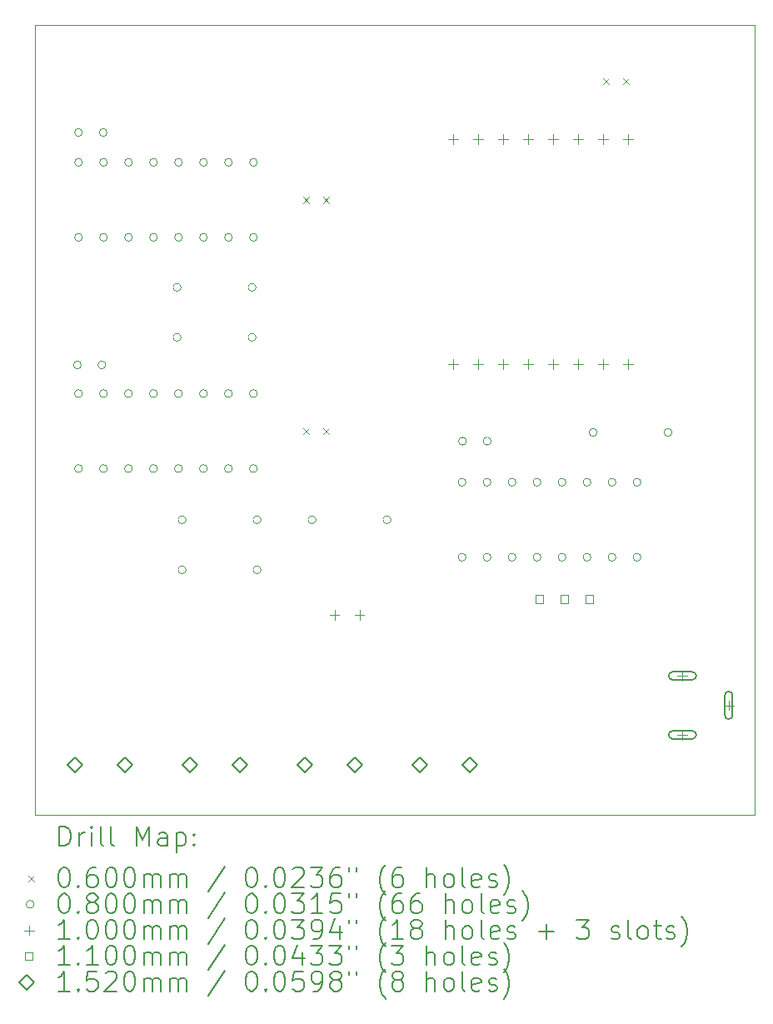
<source format=gbr>
%FSLAX45Y45*%
G04 Gerber Fmt 4.5, Leading zero omitted, Abs format (unit mm)*
G04 Created by KiCad (PCBNEW (6.0.2-0)) date 2022-08-15 15:04:25*
%MOMM*%
%LPD*%
G01*
G04 APERTURE LIST*
%TA.AperFunction,Profile*%
%ADD10C,0.100000*%
%TD*%
%ADD11C,0.200000*%
%ADD12C,0.060000*%
%ADD13C,0.080000*%
%ADD14C,0.100000*%
%ADD15C,0.110000*%
%ADD16C,0.152000*%
G04 APERTURE END LIST*
D10*
X6350000Y-4064000D02*
X13665200Y-4064000D01*
X13665200Y-4064000D02*
X13665200Y-12090400D01*
X13665200Y-12090400D02*
X6350000Y-12090400D01*
X6350000Y-12090400D02*
X6350000Y-4064000D01*
D11*
D12*
X9080240Y-5812000D02*
X9140240Y-5872000D01*
X9140240Y-5812000D02*
X9080240Y-5872000D01*
X9080240Y-8161500D02*
X9140240Y-8221500D01*
X9140240Y-8161500D02*
X9080240Y-8221500D01*
X9280240Y-5812000D02*
X9340240Y-5872000D01*
X9340240Y-5812000D02*
X9280240Y-5872000D01*
X9280240Y-8161500D02*
X9340240Y-8221500D01*
X9340240Y-8161500D02*
X9280240Y-8221500D01*
X12128240Y-4605500D02*
X12188240Y-4665500D01*
X12188240Y-4605500D02*
X12128240Y-4665500D01*
X12328240Y-4605500D02*
X12388240Y-4665500D01*
X12388240Y-4605500D02*
X12328240Y-4665500D01*
D13*
X6823800Y-7518400D02*
G75*
G03*
X6823800Y-7518400I-40000J0D01*
G01*
X6836000Y-5460000D02*
G75*
G03*
X6836000Y-5460000I-40000J0D01*
G01*
X6836000Y-6222000D02*
G75*
G03*
X6836000Y-6222000I-40000J0D01*
G01*
X6836000Y-7809500D02*
G75*
G03*
X6836000Y-7809500I-40000J0D01*
G01*
X6836000Y-8571500D02*
G75*
G03*
X6836000Y-8571500I-40000J0D01*
G01*
X6836500Y-5156200D02*
G75*
G03*
X6836500Y-5156200I-40000J0D01*
G01*
X7073800Y-7518400D02*
G75*
G03*
X7073800Y-7518400I-40000J0D01*
G01*
X7086500Y-5156200D02*
G75*
G03*
X7086500Y-5156200I-40000J0D01*
G01*
X7090000Y-5460000D02*
G75*
G03*
X7090000Y-5460000I-40000J0D01*
G01*
X7090000Y-6222000D02*
G75*
G03*
X7090000Y-6222000I-40000J0D01*
G01*
X7090000Y-7809500D02*
G75*
G03*
X7090000Y-7809500I-40000J0D01*
G01*
X7090000Y-8571500D02*
G75*
G03*
X7090000Y-8571500I-40000J0D01*
G01*
X7344000Y-5460000D02*
G75*
G03*
X7344000Y-5460000I-40000J0D01*
G01*
X7344000Y-6222000D02*
G75*
G03*
X7344000Y-6222000I-40000J0D01*
G01*
X7344000Y-7809500D02*
G75*
G03*
X7344000Y-7809500I-40000J0D01*
G01*
X7344000Y-8571500D02*
G75*
G03*
X7344000Y-8571500I-40000J0D01*
G01*
X7598000Y-5460000D02*
G75*
G03*
X7598000Y-5460000I-40000J0D01*
G01*
X7598000Y-6222000D02*
G75*
G03*
X7598000Y-6222000I-40000J0D01*
G01*
X7598000Y-7809500D02*
G75*
G03*
X7598000Y-7809500I-40000J0D01*
G01*
X7598000Y-8571500D02*
G75*
G03*
X7598000Y-8571500I-40000J0D01*
G01*
X7837800Y-6731000D02*
G75*
G03*
X7837800Y-6731000I-40000J0D01*
G01*
X7837800Y-7239000D02*
G75*
G03*
X7837800Y-7239000I-40000J0D01*
G01*
X7852000Y-5460000D02*
G75*
G03*
X7852000Y-5460000I-40000J0D01*
G01*
X7852000Y-6222000D02*
G75*
G03*
X7852000Y-6222000I-40000J0D01*
G01*
X7852000Y-7809500D02*
G75*
G03*
X7852000Y-7809500I-40000J0D01*
G01*
X7852000Y-8571500D02*
G75*
G03*
X7852000Y-8571500I-40000J0D01*
G01*
X7888600Y-9093200D02*
G75*
G03*
X7888600Y-9093200I-40000J0D01*
G01*
X7888600Y-9601200D02*
G75*
G03*
X7888600Y-9601200I-40000J0D01*
G01*
X8106000Y-5460000D02*
G75*
G03*
X8106000Y-5460000I-40000J0D01*
G01*
X8106000Y-6222000D02*
G75*
G03*
X8106000Y-6222000I-40000J0D01*
G01*
X8106000Y-7809500D02*
G75*
G03*
X8106000Y-7809500I-40000J0D01*
G01*
X8106000Y-8571500D02*
G75*
G03*
X8106000Y-8571500I-40000J0D01*
G01*
X8360000Y-5460000D02*
G75*
G03*
X8360000Y-5460000I-40000J0D01*
G01*
X8360000Y-6222000D02*
G75*
G03*
X8360000Y-6222000I-40000J0D01*
G01*
X8360000Y-7809500D02*
G75*
G03*
X8360000Y-7809500I-40000J0D01*
G01*
X8360000Y-8571500D02*
G75*
G03*
X8360000Y-8571500I-40000J0D01*
G01*
X8599800Y-6731000D02*
G75*
G03*
X8599800Y-6731000I-40000J0D01*
G01*
X8599800Y-7239000D02*
G75*
G03*
X8599800Y-7239000I-40000J0D01*
G01*
X8614000Y-5460000D02*
G75*
G03*
X8614000Y-5460000I-40000J0D01*
G01*
X8614000Y-6222000D02*
G75*
G03*
X8614000Y-6222000I-40000J0D01*
G01*
X8614000Y-7809500D02*
G75*
G03*
X8614000Y-7809500I-40000J0D01*
G01*
X8614000Y-8571500D02*
G75*
G03*
X8614000Y-8571500I-40000J0D01*
G01*
X8650600Y-9093200D02*
G75*
G03*
X8650600Y-9093200I-40000J0D01*
G01*
X8650600Y-9601200D02*
G75*
G03*
X8650600Y-9601200I-40000J0D01*
G01*
X9209400Y-9093200D02*
G75*
G03*
X9209400Y-9093200I-40000J0D01*
G01*
X9971400Y-9093200D02*
G75*
G03*
X9971400Y-9093200I-40000J0D01*
G01*
X10734900Y-8711200D02*
G75*
G03*
X10734900Y-8711200I-40000J0D01*
G01*
X10734900Y-9473200D02*
G75*
G03*
X10734900Y-9473200I-40000J0D01*
G01*
X10739400Y-8293100D02*
G75*
G03*
X10739400Y-8293100I-40000J0D01*
G01*
X10988900Y-8711200D02*
G75*
G03*
X10988900Y-8711200I-40000J0D01*
G01*
X10988900Y-9473200D02*
G75*
G03*
X10988900Y-9473200I-40000J0D01*
G01*
X10989400Y-8293100D02*
G75*
G03*
X10989400Y-8293100I-40000J0D01*
G01*
X11242900Y-8711200D02*
G75*
G03*
X11242900Y-8711200I-40000J0D01*
G01*
X11242900Y-9473200D02*
G75*
G03*
X11242900Y-9473200I-40000J0D01*
G01*
X11496900Y-8711200D02*
G75*
G03*
X11496900Y-8711200I-40000J0D01*
G01*
X11496900Y-9473200D02*
G75*
G03*
X11496900Y-9473200I-40000J0D01*
G01*
X11750900Y-8711200D02*
G75*
G03*
X11750900Y-8711200I-40000J0D01*
G01*
X11750900Y-9473200D02*
G75*
G03*
X11750900Y-9473200I-40000J0D01*
G01*
X12004900Y-8711200D02*
G75*
G03*
X12004900Y-8711200I-40000J0D01*
G01*
X12004900Y-9473200D02*
G75*
G03*
X12004900Y-9473200I-40000J0D01*
G01*
X12066900Y-8204200D02*
G75*
G03*
X12066900Y-8204200I-40000J0D01*
G01*
X12258900Y-8711200D02*
G75*
G03*
X12258900Y-8711200I-40000J0D01*
G01*
X12258900Y-9473200D02*
G75*
G03*
X12258900Y-9473200I-40000J0D01*
G01*
X12512900Y-8711200D02*
G75*
G03*
X12512900Y-8711200I-40000J0D01*
G01*
X12512900Y-9473200D02*
G75*
G03*
X12512900Y-9473200I-40000J0D01*
G01*
X12828900Y-8204200D02*
G75*
G03*
X12828900Y-8204200I-40000J0D01*
G01*
D14*
X9398000Y-10008400D02*
X9398000Y-10108400D01*
X9348000Y-10058400D02*
X9448000Y-10058400D01*
X9652000Y-10008400D02*
X9652000Y-10108400D01*
X9602000Y-10058400D02*
X9702000Y-10058400D01*
X10604500Y-5172000D02*
X10604500Y-5272000D01*
X10554500Y-5222000D02*
X10654500Y-5222000D01*
X10604500Y-7458000D02*
X10604500Y-7558000D01*
X10554500Y-7508000D02*
X10654500Y-7508000D01*
X10858500Y-5172000D02*
X10858500Y-5272000D01*
X10808500Y-5222000D02*
X10908500Y-5222000D01*
X10858500Y-7458000D02*
X10858500Y-7558000D01*
X10808500Y-7508000D02*
X10908500Y-7508000D01*
X11112500Y-5172000D02*
X11112500Y-5272000D01*
X11062500Y-5222000D02*
X11162500Y-5222000D01*
X11112500Y-7458000D02*
X11112500Y-7558000D01*
X11062500Y-7508000D02*
X11162500Y-7508000D01*
X11366500Y-5172000D02*
X11366500Y-5272000D01*
X11316500Y-5222000D02*
X11416500Y-5222000D01*
X11366500Y-7458000D02*
X11366500Y-7558000D01*
X11316500Y-7508000D02*
X11416500Y-7508000D01*
X11620500Y-5172000D02*
X11620500Y-5272000D01*
X11570500Y-5222000D02*
X11670500Y-5222000D01*
X11620500Y-7458000D02*
X11620500Y-7558000D01*
X11570500Y-7508000D02*
X11670500Y-7508000D01*
X11874500Y-5172000D02*
X11874500Y-5272000D01*
X11824500Y-5222000D02*
X11924500Y-5222000D01*
X11874500Y-7458000D02*
X11874500Y-7558000D01*
X11824500Y-7508000D02*
X11924500Y-7508000D01*
X12128500Y-5172000D02*
X12128500Y-5272000D01*
X12078500Y-5222000D02*
X12178500Y-5222000D01*
X12128500Y-7458000D02*
X12128500Y-7558000D01*
X12078500Y-7508000D02*
X12178500Y-7508000D01*
X12382500Y-5172000D02*
X12382500Y-5272000D01*
X12332500Y-5222000D02*
X12432500Y-5222000D01*
X12382500Y-7458000D02*
X12382500Y-7558000D01*
X12332500Y-7508000D02*
X12432500Y-7508000D01*
X12934450Y-10627600D02*
X12934450Y-10727600D01*
X12884450Y-10677600D02*
X12984450Y-10677600D01*
D11*
X12834450Y-10717600D02*
X13034450Y-10717600D01*
X12834450Y-10637600D02*
X13034450Y-10637600D01*
X13034450Y-10717600D02*
G75*
G03*
X13034450Y-10637600I0J40000D01*
G01*
X12834450Y-10637600D02*
G75*
G03*
X12834450Y-10717600I0J-40000D01*
G01*
D14*
X12934450Y-11227600D02*
X12934450Y-11327600D01*
X12884450Y-11277600D02*
X12984450Y-11277600D01*
D11*
X12834450Y-11317600D02*
X13034450Y-11317600D01*
X12834450Y-11237600D02*
X13034450Y-11237600D01*
X13034450Y-11317600D02*
G75*
G03*
X13034450Y-11237600I0J40000D01*
G01*
X12834450Y-11237600D02*
G75*
G03*
X12834450Y-11317600I0J-40000D01*
G01*
D14*
X13404450Y-10927600D02*
X13404450Y-11027600D01*
X13354450Y-10977600D02*
X13454450Y-10977600D01*
D11*
X13444450Y-11077600D02*
X13444450Y-10877600D01*
X13364450Y-11077600D02*
X13364450Y-10877600D01*
X13444450Y-10877600D02*
G75*
G03*
X13364450Y-10877600I-40000J0D01*
G01*
X13364450Y-11077600D02*
G75*
G03*
X13444450Y-11077600I40000J0D01*
G01*
D15*
X11519691Y-9936291D02*
X11519691Y-9858509D01*
X11441909Y-9858509D01*
X11441909Y-9936291D01*
X11519691Y-9936291D01*
X11773691Y-9936291D02*
X11773691Y-9858509D01*
X11695909Y-9858509D01*
X11695909Y-9936291D01*
X11773691Y-9936291D01*
X12027691Y-9936291D02*
X12027691Y-9858509D01*
X11949909Y-9858509D01*
X11949909Y-9936291D01*
X12027691Y-9936291D01*
D16*
X6756400Y-11658400D02*
X6832400Y-11582400D01*
X6756400Y-11506400D01*
X6680400Y-11582400D01*
X6756400Y-11658400D01*
X7264400Y-11658400D02*
X7340400Y-11582400D01*
X7264400Y-11506400D01*
X7188400Y-11582400D01*
X7264400Y-11658400D01*
X7924800Y-11658400D02*
X8000800Y-11582400D01*
X7924800Y-11506400D01*
X7848800Y-11582400D01*
X7924800Y-11658400D01*
X8432800Y-11658400D02*
X8508800Y-11582400D01*
X8432800Y-11506400D01*
X8356800Y-11582400D01*
X8432800Y-11658400D01*
X9093200Y-11658400D02*
X9169200Y-11582400D01*
X9093200Y-11506400D01*
X9017200Y-11582400D01*
X9093200Y-11658400D01*
X9601200Y-11658400D02*
X9677200Y-11582400D01*
X9601200Y-11506400D01*
X9525200Y-11582400D01*
X9601200Y-11658400D01*
X10261600Y-11658400D02*
X10337600Y-11582400D01*
X10261600Y-11506400D01*
X10185600Y-11582400D01*
X10261600Y-11658400D01*
X10769600Y-11658400D02*
X10845600Y-11582400D01*
X10769600Y-11506400D01*
X10693600Y-11582400D01*
X10769600Y-11658400D01*
D11*
X6602619Y-12405876D02*
X6602619Y-12205876D01*
X6650238Y-12205876D01*
X6678809Y-12215400D01*
X6697857Y-12234448D01*
X6707381Y-12253495D01*
X6716905Y-12291590D01*
X6716905Y-12320162D01*
X6707381Y-12358257D01*
X6697857Y-12377305D01*
X6678809Y-12396352D01*
X6650238Y-12405876D01*
X6602619Y-12405876D01*
X6802619Y-12405876D02*
X6802619Y-12272543D01*
X6802619Y-12310638D02*
X6812143Y-12291590D01*
X6821667Y-12282067D01*
X6840714Y-12272543D01*
X6859762Y-12272543D01*
X6926428Y-12405876D02*
X6926428Y-12272543D01*
X6926428Y-12205876D02*
X6916905Y-12215400D01*
X6926428Y-12224924D01*
X6935952Y-12215400D01*
X6926428Y-12205876D01*
X6926428Y-12224924D01*
X7050238Y-12405876D02*
X7031190Y-12396352D01*
X7021667Y-12377305D01*
X7021667Y-12205876D01*
X7155000Y-12405876D02*
X7135952Y-12396352D01*
X7126428Y-12377305D01*
X7126428Y-12205876D01*
X7383571Y-12405876D02*
X7383571Y-12205876D01*
X7450238Y-12348733D01*
X7516905Y-12205876D01*
X7516905Y-12405876D01*
X7697857Y-12405876D02*
X7697857Y-12301114D01*
X7688333Y-12282067D01*
X7669286Y-12272543D01*
X7631190Y-12272543D01*
X7612143Y-12282067D01*
X7697857Y-12396352D02*
X7678809Y-12405876D01*
X7631190Y-12405876D01*
X7612143Y-12396352D01*
X7602619Y-12377305D01*
X7602619Y-12358257D01*
X7612143Y-12339209D01*
X7631190Y-12329686D01*
X7678809Y-12329686D01*
X7697857Y-12320162D01*
X7793095Y-12272543D02*
X7793095Y-12472543D01*
X7793095Y-12282067D02*
X7812143Y-12272543D01*
X7850238Y-12272543D01*
X7869286Y-12282067D01*
X7878809Y-12291590D01*
X7888333Y-12310638D01*
X7888333Y-12367781D01*
X7878809Y-12386828D01*
X7869286Y-12396352D01*
X7850238Y-12405876D01*
X7812143Y-12405876D01*
X7793095Y-12396352D01*
X7974048Y-12386828D02*
X7983571Y-12396352D01*
X7974048Y-12405876D01*
X7964524Y-12396352D01*
X7974048Y-12386828D01*
X7974048Y-12405876D01*
X7974048Y-12282067D02*
X7983571Y-12291590D01*
X7974048Y-12301114D01*
X7964524Y-12291590D01*
X7974048Y-12282067D01*
X7974048Y-12301114D01*
D12*
X6285000Y-12705400D02*
X6345000Y-12765400D01*
X6345000Y-12705400D02*
X6285000Y-12765400D01*
D11*
X6640714Y-12625876D02*
X6659762Y-12625876D01*
X6678809Y-12635400D01*
X6688333Y-12644924D01*
X6697857Y-12663971D01*
X6707381Y-12702067D01*
X6707381Y-12749686D01*
X6697857Y-12787781D01*
X6688333Y-12806828D01*
X6678809Y-12816352D01*
X6659762Y-12825876D01*
X6640714Y-12825876D01*
X6621667Y-12816352D01*
X6612143Y-12806828D01*
X6602619Y-12787781D01*
X6593095Y-12749686D01*
X6593095Y-12702067D01*
X6602619Y-12663971D01*
X6612143Y-12644924D01*
X6621667Y-12635400D01*
X6640714Y-12625876D01*
X6793095Y-12806828D02*
X6802619Y-12816352D01*
X6793095Y-12825876D01*
X6783571Y-12816352D01*
X6793095Y-12806828D01*
X6793095Y-12825876D01*
X6974048Y-12625876D02*
X6935952Y-12625876D01*
X6916905Y-12635400D01*
X6907381Y-12644924D01*
X6888333Y-12673495D01*
X6878809Y-12711590D01*
X6878809Y-12787781D01*
X6888333Y-12806828D01*
X6897857Y-12816352D01*
X6916905Y-12825876D01*
X6955000Y-12825876D01*
X6974048Y-12816352D01*
X6983571Y-12806828D01*
X6993095Y-12787781D01*
X6993095Y-12740162D01*
X6983571Y-12721114D01*
X6974048Y-12711590D01*
X6955000Y-12702067D01*
X6916905Y-12702067D01*
X6897857Y-12711590D01*
X6888333Y-12721114D01*
X6878809Y-12740162D01*
X7116905Y-12625876D02*
X7135952Y-12625876D01*
X7155000Y-12635400D01*
X7164524Y-12644924D01*
X7174048Y-12663971D01*
X7183571Y-12702067D01*
X7183571Y-12749686D01*
X7174048Y-12787781D01*
X7164524Y-12806828D01*
X7155000Y-12816352D01*
X7135952Y-12825876D01*
X7116905Y-12825876D01*
X7097857Y-12816352D01*
X7088333Y-12806828D01*
X7078809Y-12787781D01*
X7069286Y-12749686D01*
X7069286Y-12702067D01*
X7078809Y-12663971D01*
X7088333Y-12644924D01*
X7097857Y-12635400D01*
X7116905Y-12625876D01*
X7307381Y-12625876D02*
X7326428Y-12625876D01*
X7345476Y-12635400D01*
X7355000Y-12644924D01*
X7364524Y-12663971D01*
X7374048Y-12702067D01*
X7374048Y-12749686D01*
X7364524Y-12787781D01*
X7355000Y-12806828D01*
X7345476Y-12816352D01*
X7326428Y-12825876D01*
X7307381Y-12825876D01*
X7288333Y-12816352D01*
X7278809Y-12806828D01*
X7269286Y-12787781D01*
X7259762Y-12749686D01*
X7259762Y-12702067D01*
X7269286Y-12663971D01*
X7278809Y-12644924D01*
X7288333Y-12635400D01*
X7307381Y-12625876D01*
X7459762Y-12825876D02*
X7459762Y-12692543D01*
X7459762Y-12711590D02*
X7469286Y-12702067D01*
X7488333Y-12692543D01*
X7516905Y-12692543D01*
X7535952Y-12702067D01*
X7545476Y-12721114D01*
X7545476Y-12825876D01*
X7545476Y-12721114D02*
X7555000Y-12702067D01*
X7574048Y-12692543D01*
X7602619Y-12692543D01*
X7621667Y-12702067D01*
X7631190Y-12721114D01*
X7631190Y-12825876D01*
X7726428Y-12825876D02*
X7726428Y-12692543D01*
X7726428Y-12711590D02*
X7735952Y-12702067D01*
X7755000Y-12692543D01*
X7783571Y-12692543D01*
X7802619Y-12702067D01*
X7812143Y-12721114D01*
X7812143Y-12825876D01*
X7812143Y-12721114D02*
X7821667Y-12702067D01*
X7840714Y-12692543D01*
X7869286Y-12692543D01*
X7888333Y-12702067D01*
X7897857Y-12721114D01*
X7897857Y-12825876D01*
X8288333Y-12616352D02*
X8116905Y-12873495D01*
X8545476Y-12625876D02*
X8564524Y-12625876D01*
X8583571Y-12635400D01*
X8593095Y-12644924D01*
X8602619Y-12663971D01*
X8612143Y-12702067D01*
X8612143Y-12749686D01*
X8602619Y-12787781D01*
X8593095Y-12806828D01*
X8583571Y-12816352D01*
X8564524Y-12825876D01*
X8545476Y-12825876D01*
X8526429Y-12816352D01*
X8516905Y-12806828D01*
X8507381Y-12787781D01*
X8497857Y-12749686D01*
X8497857Y-12702067D01*
X8507381Y-12663971D01*
X8516905Y-12644924D01*
X8526429Y-12635400D01*
X8545476Y-12625876D01*
X8697857Y-12806828D02*
X8707381Y-12816352D01*
X8697857Y-12825876D01*
X8688333Y-12816352D01*
X8697857Y-12806828D01*
X8697857Y-12825876D01*
X8831190Y-12625876D02*
X8850238Y-12625876D01*
X8869286Y-12635400D01*
X8878810Y-12644924D01*
X8888333Y-12663971D01*
X8897857Y-12702067D01*
X8897857Y-12749686D01*
X8888333Y-12787781D01*
X8878810Y-12806828D01*
X8869286Y-12816352D01*
X8850238Y-12825876D01*
X8831190Y-12825876D01*
X8812143Y-12816352D01*
X8802619Y-12806828D01*
X8793095Y-12787781D01*
X8783571Y-12749686D01*
X8783571Y-12702067D01*
X8793095Y-12663971D01*
X8802619Y-12644924D01*
X8812143Y-12635400D01*
X8831190Y-12625876D01*
X8974048Y-12644924D02*
X8983571Y-12635400D01*
X9002619Y-12625876D01*
X9050238Y-12625876D01*
X9069286Y-12635400D01*
X9078810Y-12644924D01*
X9088333Y-12663971D01*
X9088333Y-12683019D01*
X9078810Y-12711590D01*
X8964524Y-12825876D01*
X9088333Y-12825876D01*
X9155000Y-12625876D02*
X9278810Y-12625876D01*
X9212143Y-12702067D01*
X9240714Y-12702067D01*
X9259762Y-12711590D01*
X9269286Y-12721114D01*
X9278810Y-12740162D01*
X9278810Y-12787781D01*
X9269286Y-12806828D01*
X9259762Y-12816352D01*
X9240714Y-12825876D01*
X9183571Y-12825876D01*
X9164524Y-12816352D01*
X9155000Y-12806828D01*
X9450238Y-12625876D02*
X9412143Y-12625876D01*
X9393095Y-12635400D01*
X9383571Y-12644924D01*
X9364524Y-12673495D01*
X9355000Y-12711590D01*
X9355000Y-12787781D01*
X9364524Y-12806828D01*
X9374048Y-12816352D01*
X9393095Y-12825876D01*
X9431190Y-12825876D01*
X9450238Y-12816352D01*
X9459762Y-12806828D01*
X9469286Y-12787781D01*
X9469286Y-12740162D01*
X9459762Y-12721114D01*
X9450238Y-12711590D01*
X9431190Y-12702067D01*
X9393095Y-12702067D01*
X9374048Y-12711590D01*
X9364524Y-12721114D01*
X9355000Y-12740162D01*
X9545476Y-12625876D02*
X9545476Y-12663971D01*
X9621667Y-12625876D02*
X9621667Y-12663971D01*
X9916905Y-12902067D02*
X9907381Y-12892543D01*
X9888333Y-12863971D01*
X9878810Y-12844924D01*
X9869286Y-12816352D01*
X9859762Y-12768733D01*
X9859762Y-12730638D01*
X9869286Y-12683019D01*
X9878810Y-12654448D01*
X9888333Y-12635400D01*
X9907381Y-12606828D01*
X9916905Y-12597305D01*
X10078810Y-12625876D02*
X10040714Y-12625876D01*
X10021667Y-12635400D01*
X10012143Y-12644924D01*
X9993095Y-12673495D01*
X9983571Y-12711590D01*
X9983571Y-12787781D01*
X9993095Y-12806828D01*
X10002619Y-12816352D01*
X10021667Y-12825876D01*
X10059762Y-12825876D01*
X10078810Y-12816352D01*
X10088333Y-12806828D01*
X10097857Y-12787781D01*
X10097857Y-12740162D01*
X10088333Y-12721114D01*
X10078810Y-12711590D01*
X10059762Y-12702067D01*
X10021667Y-12702067D01*
X10002619Y-12711590D01*
X9993095Y-12721114D01*
X9983571Y-12740162D01*
X10335952Y-12825876D02*
X10335952Y-12625876D01*
X10421667Y-12825876D02*
X10421667Y-12721114D01*
X10412143Y-12702067D01*
X10393095Y-12692543D01*
X10364524Y-12692543D01*
X10345476Y-12702067D01*
X10335952Y-12711590D01*
X10545476Y-12825876D02*
X10526429Y-12816352D01*
X10516905Y-12806828D01*
X10507381Y-12787781D01*
X10507381Y-12730638D01*
X10516905Y-12711590D01*
X10526429Y-12702067D01*
X10545476Y-12692543D01*
X10574048Y-12692543D01*
X10593095Y-12702067D01*
X10602619Y-12711590D01*
X10612143Y-12730638D01*
X10612143Y-12787781D01*
X10602619Y-12806828D01*
X10593095Y-12816352D01*
X10574048Y-12825876D01*
X10545476Y-12825876D01*
X10726429Y-12825876D02*
X10707381Y-12816352D01*
X10697857Y-12797305D01*
X10697857Y-12625876D01*
X10878810Y-12816352D02*
X10859762Y-12825876D01*
X10821667Y-12825876D01*
X10802619Y-12816352D01*
X10793095Y-12797305D01*
X10793095Y-12721114D01*
X10802619Y-12702067D01*
X10821667Y-12692543D01*
X10859762Y-12692543D01*
X10878810Y-12702067D01*
X10888333Y-12721114D01*
X10888333Y-12740162D01*
X10793095Y-12759209D01*
X10964524Y-12816352D02*
X10983571Y-12825876D01*
X11021667Y-12825876D01*
X11040714Y-12816352D01*
X11050238Y-12797305D01*
X11050238Y-12787781D01*
X11040714Y-12768733D01*
X11021667Y-12759209D01*
X10993095Y-12759209D01*
X10974048Y-12749686D01*
X10964524Y-12730638D01*
X10964524Y-12721114D01*
X10974048Y-12702067D01*
X10993095Y-12692543D01*
X11021667Y-12692543D01*
X11040714Y-12702067D01*
X11116905Y-12902067D02*
X11126429Y-12892543D01*
X11145476Y-12863971D01*
X11155000Y-12844924D01*
X11164524Y-12816352D01*
X11174048Y-12768733D01*
X11174048Y-12730638D01*
X11164524Y-12683019D01*
X11155000Y-12654448D01*
X11145476Y-12635400D01*
X11126429Y-12606828D01*
X11116905Y-12597305D01*
D13*
X6345000Y-12999400D02*
G75*
G03*
X6345000Y-12999400I-40000J0D01*
G01*
D11*
X6640714Y-12889876D02*
X6659762Y-12889876D01*
X6678809Y-12899400D01*
X6688333Y-12908924D01*
X6697857Y-12927971D01*
X6707381Y-12966067D01*
X6707381Y-13013686D01*
X6697857Y-13051781D01*
X6688333Y-13070828D01*
X6678809Y-13080352D01*
X6659762Y-13089876D01*
X6640714Y-13089876D01*
X6621667Y-13080352D01*
X6612143Y-13070828D01*
X6602619Y-13051781D01*
X6593095Y-13013686D01*
X6593095Y-12966067D01*
X6602619Y-12927971D01*
X6612143Y-12908924D01*
X6621667Y-12899400D01*
X6640714Y-12889876D01*
X6793095Y-13070828D02*
X6802619Y-13080352D01*
X6793095Y-13089876D01*
X6783571Y-13080352D01*
X6793095Y-13070828D01*
X6793095Y-13089876D01*
X6916905Y-12975590D02*
X6897857Y-12966067D01*
X6888333Y-12956543D01*
X6878809Y-12937495D01*
X6878809Y-12927971D01*
X6888333Y-12908924D01*
X6897857Y-12899400D01*
X6916905Y-12889876D01*
X6955000Y-12889876D01*
X6974048Y-12899400D01*
X6983571Y-12908924D01*
X6993095Y-12927971D01*
X6993095Y-12937495D01*
X6983571Y-12956543D01*
X6974048Y-12966067D01*
X6955000Y-12975590D01*
X6916905Y-12975590D01*
X6897857Y-12985114D01*
X6888333Y-12994638D01*
X6878809Y-13013686D01*
X6878809Y-13051781D01*
X6888333Y-13070828D01*
X6897857Y-13080352D01*
X6916905Y-13089876D01*
X6955000Y-13089876D01*
X6974048Y-13080352D01*
X6983571Y-13070828D01*
X6993095Y-13051781D01*
X6993095Y-13013686D01*
X6983571Y-12994638D01*
X6974048Y-12985114D01*
X6955000Y-12975590D01*
X7116905Y-12889876D02*
X7135952Y-12889876D01*
X7155000Y-12899400D01*
X7164524Y-12908924D01*
X7174048Y-12927971D01*
X7183571Y-12966067D01*
X7183571Y-13013686D01*
X7174048Y-13051781D01*
X7164524Y-13070828D01*
X7155000Y-13080352D01*
X7135952Y-13089876D01*
X7116905Y-13089876D01*
X7097857Y-13080352D01*
X7088333Y-13070828D01*
X7078809Y-13051781D01*
X7069286Y-13013686D01*
X7069286Y-12966067D01*
X7078809Y-12927971D01*
X7088333Y-12908924D01*
X7097857Y-12899400D01*
X7116905Y-12889876D01*
X7307381Y-12889876D02*
X7326428Y-12889876D01*
X7345476Y-12899400D01*
X7355000Y-12908924D01*
X7364524Y-12927971D01*
X7374048Y-12966067D01*
X7374048Y-13013686D01*
X7364524Y-13051781D01*
X7355000Y-13070828D01*
X7345476Y-13080352D01*
X7326428Y-13089876D01*
X7307381Y-13089876D01*
X7288333Y-13080352D01*
X7278809Y-13070828D01*
X7269286Y-13051781D01*
X7259762Y-13013686D01*
X7259762Y-12966067D01*
X7269286Y-12927971D01*
X7278809Y-12908924D01*
X7288333Y-12899400D01*
X7307381Y-12889876D01*
X7459762Y-13089876D02*
X7459762Y-12956543D01*
X7459762Y-12975590D02*
X7469286Y-12966067D01*
X7488333Y-12956543D01*
X7516905Y-12956543D01*
X7535952Y-12966067D01*
X7545476Y-12985114D01*
X7545476Y-13089876D01*
X7545476Y-12985114D02*
X7555000Y-12966067D01*
X7574048Y-12956543D01*
X7602619Y-12956543D01*
X7621667Y-12966067D01*
X7631190Y-12985114D01*
X7631190Y-13089876D01*
X7726428Y-13089876D02*
X7726428Y-12956543D01*
X7726428Y-12975590D02*
X7735952Y-12966067D01*
X7755000Y-12956543D01*
X7783571Y-12956543D01*
X7802619Y-12966067D01*
X7812143Y-12985114D01*
X7812143Y-13089876D01*
X7812143Y-12985114D02*
X7821667Y-12966067D01*
X7840714Y-12956543D01*
X7869286Y-12956543D01*
X7888333Y-12966067D01*
X7897857Y-12985114D01*
X7897857Y-13089876D01*
X8288333Y-12880352D02*
X8116905Y-13137495D01*
X8545476Y-12889876D02*
X8564524Y-12889876D01*
X8583571Y-12899400D01*
X8593095Y-12908924D01*
X8602619Y-12927971D01*
X8612143Y-12966067D01*
X8612143Y-13013686D01*
X8602619Y-13051781D01*
X8593095Y-13070828D01*
X8583571Y-13080352D01*
X8564524Y-13089876D01*
X8545476Y-13089876D01*
X8526429Y-13080352D01*
X8516905Y-13070828D01*
X8507381Y-13051781D01*
X8497857Y-13013686D01*
X8497857Y-12966067D01*
X8507381Y-12927971D01*
X8516905Y-12908924D01*
X8526429Y-12899400D01*
X8545476Y-12889876D01*
X8697857Y-13070828D02*
X8707381Y-13080352D01*
X8697857Y-13089876D01*
X8688333Y-13080352D01*
X8697857Y-13070828D01*
X8697857Y-13089876D01*
X8831190Y-12889876D02*
X8850238Y-12889876D01*
X8869286Y-12899400D01*
X8878810Y-12908924D01*
X8888333Y-12927971D01*
X8897857Y-12966067D01*
X8897857Y-13013686D01*
X8888333Y-13051781D01*
X8878810Y-13070828D01*
X8869286Y-13080352D01*
X8850238Y-13089876D01*
X8831190Y-13089876D01*
X8812143Y-13080352D01*
X8802619Y-13070828D01*
X8793095Y-13051781D01*
X8783571Y-13013686D01*
X8783571Y-12966067D01*
X8793095Y-12927971D01*
X8802619Y-12908924D01*
X8812143Y-12899400D01*
X8831190Y-12889876D01*
X8964524Y-12889876D02*
X9088333Y-12889876D01*
X9021667Y-12966067D01*
X9050238Y-12966067D01*
X9069286Y-12975590D01*
X9078810Y-12985114D01*
X9088333Y-13004162D01*
X9088333Y-13051781D01*
X9078810Y-13070828D01*
X9069286Y-13080352D01*
X9050238Y-13089876D01*
X8993095Y-13089876D01*
X8974048Y-13080352D01*
X8964524Y-13070828D01*
X9278810Y-13089876D02*
X9164524Y-13089876D01*
X9221667Y-13089876D02*
X9221667Y-12889876D01*
X9202619Y-12918448D01*
X9183571Y-12937495D01*
X9164524Y-12947019D01*
X9459762Y-12889876D02*
X9364524Y-12889876D01*
X9355000Y-12985114D01*
X9364524Y-12975590D01*
X9383571Y-12966067D01*
X9431190Y-12966067D01*
X9450238Y-12975590D01*
X9459762Y-12985114D01*
X9469286Y-13004162D01*
X9469286Y-13051781D01*
X9459762Y-13070828D01*
X9450238Y-13080352D01*
X9431190Y-13089876D01*
X9383571Y-13089876D01*
X9364524Y-13080352D01*
X9355000Y-13070828D01*
X9545476Y-12889876D02*
X9545476Y-12927971D01*
X9621667Y-12889876D02*
X9621667Y-12927971D01*
X9916905Y-13166067D02*
X9907381Y-13156543D01*
X9888333Y-13127971D01*
X9878810Y-13108924D01*
X9869286Y-13080352D01*
X9859762Y-13032733D01*
X9859762Y-12994638D01*
X9869286Y-12947019D01*
X9878810Y-12918448D01*
X9888333Y-12899400D01*
X9907381Y-12870828D01*
X9916905Y-12861305D01*
X10078810Y-12889876D02*
X10040714Y-12889876D01*
X10021667Y-12899400D01*
X10012143Y-12908924D01*
X9993095Y-12937495D01*
X9983571Y-12975590D01*
X9983571Y-13051781D01*
X9993095Y-13070828D01*
X10002619Y-13080352D01*
X10021667Y-13089876D01*
X10059762Y-13089876D01*
X10078810Y-13080352D01*
X10088333Y-13070828D01*
X10097857Y-13051781D01*
X10097857Y-13004162D01*
X10088333Y-12985114D01*
X10078810Y-12975590D01*
X10059762Y-12966067D01*
X10021667Y-12966067D01*
X10002619Y-12975590D01*
X9993095Y-12985114D01*
X9983571Y-13004162D01*
X10269286Y-12889876D02*
X10231190Y-12889876D01*
X10212143Y-12899400D01*
X10202619Y-12908924D01*
X10183571Y-12937495D01*
X10174048Y-12975590D01*
X10174048Y-13051781D01*
X10183571Y-13070828D01*
X10193095Y-13080352D01*
X10212143Y-13089876D01*
X10250238Y-13089876D01*
X10269286Y-13080352D01*
X10278810Y-13070828D01*
X10288333Y-13051781D01*
X10288333Y-13004162D01*
X10278810Y-12985114D01*
X10269286Y-12975590D01*
X10250238Y-12966067D01*
X10212143Y-12966067D01*
X10193095Y-12975590D01*
X10183571Y-12985114D01*
X10174048Y-13004162D01*
X10526429Y-13089876D02*
X10526429Y-12889876D01*
X10612143Y-13089876D02*
X10612143Y-12985114D01*
X10602619Y-12966067D01*
X10583571Y-12956543D01*
X10555000Y-12956543D01*
X10535952Y-12966067D01*
X10526429Y-12975590D01*
X10735952Y-13089876D02*
X10716905Y-13080352D01*
X10707381Y-13070828D01*
X10697857Y-13051781D01*
X10697857Y-12994638D01*
X10707381Y-12975590D01*
X10716905Y-12966067D01*
X10735952Y-12956543D01*
X10764524Y-12956543D01*
X10783571Y-12966067D01*
X10793095Y-12975590D01*
X10802619Y-12994638D01*
X10802619Y-13051781D01*
X10793095Y-13070828D01*
X10783571Y-13080352D01*
X10764524Y-13089876D01*
X10735952Y-13089876D01*
X10916905Y-13089876D02*
X10897857Y-13080352D01*
X10888333Y-13061305D01*
X10888333Y-12889876D01*
X11069286Y-13080352D02*
X11050238Y-13089876D01*
X11012143Y-13089876D01*
X10993095Y-13080352D01*
X10983571Y-13061305D01*
X10983571Y-12985114D01*
X10993095Y-12966067D01*
X11012143Y-12956543D01*
X11050238Y-12956543D01*
X11069286Y-12966067D01*
X11078810Y-12985114D01*
X11078810Y-13004162D01*
X10983571Y-13023209D01*
X11155000Y-13080352D02*
X11174048Y-13089876D01*
X11212143Y-13089876D01*
X11231190Y-13080352D01*
X11240714Y-13061305D01*
X11240714Y-13051781D01*
X11231190Y-13032733D01*
X11212143Y-13023209D01*
X11183571Y-13023209D01*
X11164524Y-13013686D01*
X11155000Y-12994638D01*
X11155000Y-12985114D01*
X11164524Y-12966067D01*
X11183571Y-12956543D01*
X11212143Y-12956543D01*
X11231190Y-12966067D01*
X11307381Y-13166067D02*
X11316905Y-13156543D01*
X11335952Y-13127971D01*
X11345476Y-13108924D01*
X11355000Y-13080352D01*
X11364524Y-13032733D01*
X11364524Y-12994638D01*
X11355000Y-12947019D01*
X11345476Y-12918448D01*
X11335952Y-12899400D01*
X11316905Y-12870828D01*
X11307381Y-12861305D01*
D14*
X6295000Y-13213400D02*
X6295000Y-13313400D01*
X6245000Y-13263400D02*
X6345000Y-13263400D01*
D11*
X6707381Y-13353876D02*
X6593095Y-13353876D01*
X6650238Y-13353876D02*
X6650238Y-13153876D01*
X6631190Y-13182448D01*
X6612143Y-13201495D01*
X6593095Y-13211019D01*
X6793095Y-13334828D02*
X6802619Y-13344352D01*
X6793095Y-13353876D01*
X6783571Y-13344352D01*
X6793095Y-13334828D01*
X6793095Y-13353876D01*
X6926428Y-13153876D02*
X6945476Y-13153876D01*
X6964524Y-13163400D01*
X6974048Y-13172924D01*
X6983571Y-13191971D01*
X6993095Y-13230067D01*
X6993095Y-13277686D01*
X6983571Y-13315781D01*
X6974048Y-13334828D01*
X6964524Y-13344352D01*
X6945476Y-13353876D01*
X6926428Y-13353876D01*
X6907381Y-13344352D01*
X6897857Y-13334828D01*
X6888333Y-13315781D01*
X6878809Y-13277686D01*
X6878809Y-13230067D01*
X6888333Y-13191971D01*
X6897857Y-13172924D01*
X6907381Y-13163400D01*
X6926428Y-13153876D01*
X7116905Y-13153876D02*
X7135952Y-13153876D01*
X7155000Y-13163400D01*
X7164524Y-13172924D01*
X7174048Y-13191971D01*
X7183571Y-13230067D01*
X7183571Y-13277686D01*
X7174048Y-13315781D01*
X7164524Y-13334828D01*
X7155000Y-13344352D01*
X7135952Y-13353876D01*
X7116905Y-13353876D01*
X7097857Y-13344352D01*
X7088333Y-13334828D01*
X7078809Y-13315781D01*
X7069286Y-13277686D01*
X7069286Y-13230067D01*
X7078809Y-13191971D01*
X7088333Y-13172924D01*
X7097857Y-13163400D01*
X7116905Y-13153876D01*
X7307381Y-13153876D02*
X7326428Y-13153876D01*
X7345476Y-13163400D01*
X7355000Y-13172924D01*
X7364524Y-13191971D01*
X7374048Y-13230067D01*
X7374048Y-13277686D01*
X7364524Y-13315781D01*
X7355000Y-13334828D01*
X7345476Y-13344352D01*
X7326428Y-13353876D01*
X7307381Y-13353876D01*
X7288333Y-13344352D01*
X7278809Y-13334828D01*
X7269286Y-13315781D01*
X7259762Y-13277686D01*
X7259762Y-13230067D01*
X7269286Y-13191971D01*
X7278809Y-13172924D01*
X7288333Y-13163400D01*
X7307381Y-13153876D01*
X7459762Y-13353876D02*
X7459762Y-13220543D01*
X7459762Y-13239590D02*
X7469286Y-13230067D01*
X7488333Y-13220543D01*
X7516905Y-13220543D01*
X7535952Y-13230067D01*
X7545476Y-13249114D01*
X7545476Y-13353876D01*
X7545476Y-13249114D02*
X7555000Y-13230067D01*
X7574048Y-13220543D01*
X7602619Y-13220543D01*
X7621667Y-13230067D01*
X7631190Y-13249114D01*
X7631190Y-13353876D01*
X7726428Y-13353876D02*
X7726428Y-13220543D01*
X7726428Y-13239590D02*
X7735952Y-13230067D01*
X7755000Y-13220543D01*
X7783571Y-13220543D01*
X7802619Y-13230067D01*
X7812143Y-13249114D01*
X7812143Y-13353876D01*
X7812143Y-13249114D02*
X7821667Y-13230067D01*
X7840714Y-13220543D01*
X7869286Y-13220543D01*
X7888333Y-13230067D01*
X7897857Y-13249114D01*
X7897857Y-13353876D01*
X8288333Y-13144352D02*
X8116905Y-13401495D01*
X8545476Y-13153876D02*
X8564524Y-13153876D01*
X8583571Y-13163400D01*
X8593095Y-13172924D01*
X8602619Y-13191971D01*
X8612143Y-13230067D01*
X8612143Y-13277686D01*
X8602619Y-13315781D01*
X8593095Y-13334828D01*
X8583571Y-13344352D01*
X8564524Y-13353876D01*
X8545476Y-13353876D01*
X8526429Y-13344352D01*
X8516905Y-13334828D01*
X8507381Y-13315781D01*
X8497857Y-13277686D01*
X8497857Y-13230067D01*
X8507381Y-13191971D01*
X8516905Y-13172924D01*
X8526429Y-13163400D01*
X8545476Y-13153876D01*
X8697857Y-13334828D02*
X8707381Y-13344352D01*
X8697857Y-13353876D01*
X8688333Y-13344352D01*
X8697857Y-13334828D01*
X8697857Y-13353876D01*
X8831190Y-13153876D02*
X8850238Y-13153876D01*
X8869286Y-13163400D01*
X8878810Y-13172924D01*
X8888333Y-13191971D01*
X8897857Y-13230067D01*
X8897857Y-13277686D01*
X8888333Y-13315781D01*
X8878810Y-13334828D01*
X8869286Y-13344352D01*
X8850238Y-13353876D01*
X8831190Y-13353876D01*
X8812143Y-13344352D01*
X8802619Y-13334828D01*
X8793095Y-13315781D01*
X8783571Y-13277686D01*
X8783571Y-13230067D01*
X8793095Y-13191971D01*
X8802619Y-13172924D01*
X8812143Y-13163400D01*
X8831190Y-13153876D01*
X8964524Y-13153876D02*
X9088333Y-13153876D01*
X9021667Y-13230067D01*
X9050238Y-13230067D01*
X9069286Y-13239590D01*
X9078810Y-13249114D01*
X9088333Y-13268162D01*
X9088333Y-13315781D01*
X9078810Y-13334828D01*
X9069286Y-13344352D01*
X9050238Y-13353876D01*
X8993095Y-13353876D01*
X8974048Y-13344352D01*
X8964524Y-13334828D01*
X9183571Y-13353876D02*
X9221667Y-13353876D01*
X9240714Y-13344352D01*
X9250238Y-13334828D01*
X9269286Y-13306257D01*
X9278810Y-13268162D01*
X9278810Y-13191971D01*
X9269286Y-13172924D01*
X9259762Y-13163400D01*
X9240714Y-13153876D01*
X9202619Y-13153876D01*
X9183571Y-13163400D01*
X9174048Y-13172924D01*
X9164524Y-13191971D01*
X9164524Y-13239590D01*
X9174048Y-13258638D01*
X9183571Y-13268162D01*
X9202619Y-13277686D01*
X9240714Y-13277686D01*
X9259762Y-13268162D01*
X9269286Y-13258638D01*
X9278810Y-13239590D01*
X9450238Y-13220543D02*
X9450238Y-13353876D01*
X9402619Y-13144352D02*
X9355000Y-13287209D01*
X9478810Y-13287209D01*
X9545476Y-13153876D02*
X9545476Y-13191971D01*
X9621667Y-13153876D02*
X9621667Y-13191971D01*
X9916905Y-13430067D02*
X9907381Y-13420543D01*
X9888333Y-13391971D01*
X9878810Y-13372924D01*
X9869286Y-13344352D01*
X9859762Y-13296733D01*
X9859762Y-13258638D01*
X9869286Y-13211019D01*
X9878810Y-13182448D01*
X9888333Y-13163400D01*
X9907381Y-13134828D01*
X9916905Y-13125305D01*
X10097857Y-13353876D02*
X9983571Y-13353876D01*
X10040714Y-13353876D02*
X10040714Y-13153876D01*
X10021667Y-13182448D01*
X10002619Y-13201495D01*
X9983571Y-13211019D01*
X10212143Y-13239590D02*
X10193095Y-13230067D01*
X10183571Y-13220543D01*
X10174048Y-13201495D01*
X10174048Y-13191971D01*
X10183571Y-13172924D01*
X10193095Y-13163400D01*
X10212143Y-13153876D01*
X10250238Y-13153876D01*
X10269286Y-13163400D01*
X10278810Y-13172924D01*
X10288333Y-13191971D01*
X10288333Y-13201495D01*
X10278810Y-13220543D01*
X10269286Y-13230067D01*
X10250238Y-13239590D01*
X10212143Y-13239590D01*
X10193095Y-13249114D01*
X10183571Y-13258638D01*
X10174048Y-13277686D01*
X10174048Y-13315781D01*
X10183571Y-13334828D01*
X10193095Y-13344352D01*
X10212143Y-13353876D01*
X10250238Y-13353876D01*
X10269286Y-13344352D01*
X10278810Y-13334828D01*
X10288333Y-13315781D01*
X10288333Y-13277686D01*
X10278810Y-13258638D01*
X10269286Y-13249114D01*
X10250238Y-13239590D01*
X10526429Y-13353876D02*
X10526429Y-13153876D01*
X10612143Y-13353876D02*
X10612143Y-13249114D01*
X10602619Y-13230067D01*
X10583571Y-13220543D01*
X10555000Y-13220543D01*
X10535952Y-13230067D01*
X10526429Y-13239590D01*
X10735952Y-13353876D02*
X10716905Y-13344352D01*
X10707381Y-13334828D01*
X10697857Y-13315781D01*
X10697857Y-13258638D01*
X10707381Y-13239590D01*
X10716905Y-13230067D01*
X10735952Y-13220543D01*
X10764524Y-13220543D01*
X10783571Y-13230067D01*
X10793095Y-13239590D01*
X10802619Y-13258638D01*
X10802619Y-13315781D01*
X10793095Y-13334828D01*
X10783571Y-13344352D01*
X10764524Y-13353876D01*
X10735952Y-13353876D01*
X10916905Y-13353876D02*
X10897857Y-13344352D01*
X10888333Y-13325305D01*
X10888333Y-13153876D01*
X11069286Y-13344352D02*
X11050238Y-13353876D01*
X11012143Y-13353876D01*
X10993095Y-13344352D01*
X10983571Y-13325305D01*
X10983571Y-13249114D01*
X10993095Y-13230067D01*
X11012143Y-13220543D01*
X11050238Y-13220543D01*
X11069286Y-13230067D01*
X11078810Y-13249114D01*
X11078810Y-13268162D01*
X10983571Y-13287209D01*
X11155000Y-13344352D02*
X11174048Y-13353876D01*
X11212143Y-13353876D01*
X11231190Y-13344352D01*
X11240714Y-13325305D01*
X11240714Y-13315781D01*
X11231190Y-13296733D01*
X11212143Y-13287209D01*
X11183571Y-13287209D01*
X11164524Y-13277686D01*
X11155000Y-13258638D01*
X11155000Y-13249114D01*
X11164524Y-13230067D01*
X11183571Y-13220543D01*
X11212143Y-13220543D01*
X11231190Y-13230067D01*
X11478809Y-13277686D02*
X11631190Y-13277686D01*
X11555000Y-13353876D02*
X11555000Y-13201495D01*
X11859762Y-13153876D02*
X11983571Y-13153876D01*
X11916905Y-13230067D01*
X11945476Y-13230067D01*
X11964524Y-13239590D01*
X11974048Y-13249114D01*
X11983571Y-13268162D01*
X11983571Y-13315781D01*
X11974048Y-13334828D01*
X11964524Y-13344352D01*
X11945476Y-13353876D01*
X11888333Y-13353876D01*
X11869286Y-13344352D01*
X11859762Y-13334828D01*
X12212143Y-13344352D02*
X12231190Y-13353876D01*
X12269286Y-13353876D01*
X12288333Y-13344352D01*
X12297857Y-13325305D01*
X12297857Y-13315781D01*
X12288333Y-13296733D01*
X12269286Y-13287209D01*
X12240714Y-13287209D01*
X12221667Y-13277686D01*
X12212143Y-13258638D01*
X12212143Y-13249114D01*
X12221667Y-13230067D01*
X12240714Y-13220543D01*
X12269286Y-13220543D01*
X12288333Y-13230067D01*
X12412143Y-13353876D02*
X12393095Y-13344352D01*
X12383571Y-13325305D01*
X12383571Y-13153876D01*
X12516905Y-13353876D02*
X12497857Y-13344352D01*
X12488333Y-13334828D01*
X12478809Y-13315781D01*
X12478809Y-13258638D01*
X12488333Y-13239590D01*
X12497857Y-13230067D01*
X12516905Y-13220543D01*
X12545476Y-13220543D01*
X12564524Y-13230067D01*
X12574048Y-13239590D01*
X12583571Y-13258638D01*
X12583571Y-13315781D01*
X12574048Y-13334828D01*
X12564524Y-13344352D01*
X12545476Y-13353876D01*
X12516905Y-13353876D01*
X12640714Y-13220543D02*
X12716905Y-13220543D01*
X12669286Y-13153876D02*
X12669286Y-13325305D01*
X12678809Y-13344352D01*
X12697857Y-13353876D01*
X12716905Y-13353876D01*
X12774048Y-13344352D02*
X12793095Y-13353876D01*
X12831190Y-13353876D01*
X12850238Y-13344352D01*
X12859762Y-13325305D01*
X12859762Y-13315781D01*
X12850238Y-13296733D01*
X12831190Y-13287209D01*
X12802619Y-13287209D01*
X12783571Y-13277686D01*
X12774048Y-13258638D01*
X12774048Y-13249114D01*
X12783571Y-13230067D01*
X12802619Y-13220543D01*
X12831190Y-13220543D01*
X12850238Y-13230067D01*
X12926428Y-13430067D02*
X12935952Y-13420543D01*
X12955000Y-13391971D01*
X12964524Y-13372924D01*
X12974048Y-13344352D01*
X12983571Y-13296733D01*
X12983571Y-13258638D01*
X12974048Y-13211019D01*
X12964524Y-13182448D01*
X12955000Y-13163400D01*
X12935952Y-13134828D01*
X12926428Y-13125305D01*
D15*
X6328891Y-13566291D02*
X6328891Y-13488509D01*
X6251109Y-13488509D01*
X6251109Y-13566291D01*
X6328891Y-13566291D01*
D11*
X6707381Y-13617876D02*
X6593095Y-13617876D01*
X6650238Y-13617876D02*
X6650238Y-13417876D01*
X6631190Y-13446448D01*
X6612143Y-13465495D01*
X6593095Y-13475019D01*
X6793095Y-13598828D02*
X6802619Y-13608352D01*
X6793095Y-13617876D01*
X6783571Y-13608352D01*
X6793095Y-13598828D01*
X6793095Y-13617876D01*
X6993095Y-13617876D02*
X6878809Y-13617876D01*
X6935952Y-13617876D02*
X6935952Y-13417876D01*
X6916905Y-13446448D01*
X6897857Y-13465495D01*
X6878809Y-13475019D01*
X7116905Y-13417876D02*
X7135952Y-13417876D01*
X7155000Y-13427400D01*
X7164524Y-13436924D01*
X7174048Y-13455971D01*
X7183571Y-13494067D01*
X7183571Y-13541686D01*
X7174048Y-13579781D01*
X7164524Y-13598828D01*
X7155000Y-13608352D01*
X7135952Y-13617876D01*
X7116905Y-13617876D01*
X7097857Y-13608352D01*
X7088333Y-13598828D01*
X7078809Y-13579781D01*
X7069286Y-13541686D01*
X7069286Y-13494067D01*
X7078809Y-13455971D01*
X7088333Y-13436924D01*
X7097857Y-13427400D01*
X7116905Y-13417876D01*
X7307381Y-13417876D02*
X7326428Y-13417876D01*
X7345476Y-13427400D01*
X7355000Y-13436924D01*
X7364524Y-13455971D01*
X7374048Y-13494067D01*
X7374048Y-13541686D01*
X7364524Y-13579781D01*
X7355000Y-13598828D01*
X7345476Y-13608352D01*
X7326428Y-13617876D01*
X7307381Y-13617876D01*
X7288333Y-13608352D01*
X7278809Y-13598828D01*
X7269286Y-13579781D01*
X7259762Y-13541686D01*
X7259762Y-13494067D01*
X7269286Y-13455971D01*
X7278809Y-13436924D01*
X7288333Y-13427400D01*
X7307381Y-13417876D01*
X7459762Y-13617876D02*
X7459762Y-13484543D01*
X7459762Y-13503590D02*
X7469286Y-13494067D01*
X7488333Y-13484543D01*
X7516905Y-13484543D01*
X7535952Y-13494067D01*
X7545476Y-13513114D01*
X7545476Y-13617876D01*
X7545476Y-13513114D02*
X7555000Y-13494067D01*
X7574048Y-13484543D01*
X7602619Y-13484543D01*
X7621667Y-13494067D01*
X7631190Y-13513114D01*
X7631190Y-13617876D01*
X7726428Y-13617876D02*
X7726428Y-13484543D01*
X7726428Y-13503590D02*
X7735952Y-13494067D01*
X7755000Y-13484543D01*
X7783571Y-13484543D01*
X7802619Y-13494067D01*
X7812143Y-13513114D01*
X7812143Y-13617876D01*
X7812143Y-13513114D02*
X7821667Y-13494067D01*
X7840714Y-13484543D01*
X7869286Y-13484543D01*
X7888333Y-13494067D01*
X7897857Y-13513114D01*
X7897857Y-13617876D01*
X8288333Y-13408352D02*
X8116905Y-13665495D01*
X8545476Y-13417876D02*
X8564524Y-13417876D01*
X8583571Y-13427400D01*
X8593095Y-13436924D01*
X8602619Y-13455971D01*
X8612143Y-13494067D01*
X8612143Y-13541686D01*
X8602619Y-13579781D01*
X8593095Y-13598828D01*
X8583571Y-13608352D01*
X8564524Y-13617876D01*
X8545476Y-13617876D01*
X8526429Y-13608352D01*
X8516905Y-13598828D01*
X8507381Y-13579781D01*
X8497857Y-13541686D01*
X8497857Y-13494067D01*
X8507381Y-13455971D01*
X8516905Y-13436924D01*
X8526429Y-13427400D01*
X8545476Y-13417876D01*
X8697857Y-13598828D02*
X8707381Y-13608352D01*
X8697857Y-13617876D01*
X8688333Y-13608352D01*
X8697857Y-13598828D01*
X8697857Y-13617876D01*
X8831190Y-13417876D02*
X8850238Y-13417876D01*
X8869286Y-13427400D01*
X8878810Y-13436924D01*
X8888333Y-13455971D01*
X8897857Y-13494067D01*
X8897857Y-13541686D01*
X8888333Y-13579781D01*
X8878810Y-13598828D01*
X8869286Y-13608352D01*
X8850238Y-13617876D01*
X8831190Y-13617876D01*
X8812143Y-13608352D01*
X8802619Y-13598828D01*
X8793095Y-13579781D01*
X8783571Y-13541686D01*
X8783571Y-13494067D01*
X8793095Y-13455971D01*
X8802619Y-13436924D01*
X8812143Y-13427400D01*
X8831190Y-13417876D01*
X9069286Y-13484543D02*
X9069286Y-13617876D01*
X9021667Y-13408352D02*
X8974048Y-13551209D01*
X9097857Y-13551209D01*
X9155000Y-13417876D02*
X9278810Y-13417876D01*
X9212143Y-13494067D01*
X9240714Y-13494067D01*
X9259762Y-13503590D01*
X9269286Y-13513114D01*
X9278810Y-13532162D01*
X9278810Y-13579781D01*
X9269286Y-13598828D01*
X9259762Y-13608352D01*
X9240714Y-13617876D01*
X9183571Y-13617876D01*
X9164524Y-13608352D01*
X9155000Y-13598828D01*
X9345476Y-13417876D02*
X9469286Y-13417876D01*
X9402619Y-13494067D01*
X9431190Y-13494067D01*
X9450238Y-13503590D01*
X9459762Y-13513114D01*
X9469286Y-13532162D01*
X9469286Y-13579781D01*
X9459762Y-13598828D01*
X9450238Y-13608352D01*
X9431190Y-13617876D01*
X9374048Y-13617876D01*
X9355000Y-13608352D01*
X9345476Y-13598828D01*
X9545476Y-13417876D02*
X9545476Y-13455971D01*
X9621667Y-13417876D02*
X9621667Y-13455971D01*
X9916905Y-13694067D02*
X9907381Y-13684543D01*
X9888333Y-13655971D01*
X9878810Y-13636924D01*
X9869286Y-13608352D01*
X9859762Y-13560733D01*
X9859762Y-13522638D01*
X9869286Y-13475019D01*
X9878810Y-13446448D01*
X9888333Y-13427400D01*
X9907381Y-13398828D01*
X9916905Y-13389305D01*
X9974048Y-13417876D02*
X10097857Y-13417876D01*
X10031190Y-13494067D01*
X10059762Y-13494067D01*
X10078810Y-13503590D01*
X10088333Y-13513114D01*
X10097857Y-13532162D01*
X10097857Y-13579781D01*
X10088333Y-13598828D01*
X10078810Y-13608352D01*
X10059762Y-13617876D01*
X10002619Y-13617876D01*
X9983571Y-13608352D01*
X9974048Y-13598828D01*
X10335952Y-13617876D02*
X10335952Y-13417876D01*
X10421667Y-13617876D02*
X10421667Y-13513114D01*
X10412143Y-13494067D01*
X10393095Y-13484543D01*
X10364524Y-13484543D01*
X10345476Y-13494067D01*
X10335952Y-13503590D01*
X10545476Y-13617876D02*
X10526429Y-13608352D01*
X10516905Y-13598828D01*
X10507381Y-13579781D01*
X10507381Y-13522638D01*
X10516905Y-13503590D01*
X10526429Y-13494067D01*
X10545476Y-13484543D01*
X10574048Y-13484543D01*
X10593095Y-13494067D01*
X10602619Y-13503590D01*
X10612143Y-13522638D01*
X10612143Y-13579781D01*
X10602619Y-13598828D01*
X10593095Y-13608352D01*
X10574048Y-13617876D01*
X10545476Y-13617876D01*
X10726429Y-13617876D02*
X10707381Y-13608352D01*
X10697857Y-13589305D01*
X10697857Y-13417876D01*
X10878810Y-13608352D02*
X10859762Y-13617876D01*
X10821667Y-13617876D01*
X10802619Y-13608352D01*
X10793095Y-13589305D01*
X10793095Y-13513114D01*
X10802619Y-13494067D01*
X10821667Y-13484543D01*
X10859762Y-13484543D01*
X10878810Y-13494067D01*
X10888333Y-13513114D01*
X10888333Y-13532162D01*
X10793095Y-13551209D01*
X10964524Y-13608352D02*
X10983571Y-13617876D01*
X11021667Y-13617876D01*
X11040714Y-13608352D01*
X11050238Y-13589305D01*
X11050238Y-13579781D01*
X11040714Y-13560733D01*
X11021667Y-13551209D01*
X10993095Y-13551209D01*
X10974048Y-13541686D01*
X10964524Y-13522638D01*
X10964524Y-13513114D01*
X10974048Y-13494067D01*
X10993095Y-13484543D01*
X11021667Y-13484543D01*
X11040714Y-13494067D01*
X11116905Y-13694067D02*
X11126429Y-13684543D01*
X11145476Y-13655971D01*
X11155000Y-13636924D01*
X11164524Y-13608352D01*
X11174048Y-13560733D01*
X11174048Y-13522638D01*
X11164524Y-13475019D01*
X11155000Y-13446448D01*
X11145476Y-13427400D01*
X11126429Y-13398828D01*
X11116905Y-13389305D01*
D16*
X6269000Y-13867400D02*
X6345000Y-13791400D01*
X6269000Y-13715400D01*
X6193000Y-13791400D01*
X6269000Y-13867400D01*
D11*
X6707381Y-13881876D02*
X6593095Y-13881876D01*
X6650238Y-13881876D02*
X6650238Y-13681876D01*
X6631190Y-13710448D01*
X6612143Y-13729495D01*
X6593095Y-13739019D01*
X6793095Y-13862828D02*
X6802619Y-13872352D01*
X6793095Y-13881876D01*
X6783571Y-13872352D01*
X6793095Y-13862828D01*
X6793095Y-13881876D01*
X6983571Y-13681876D02*
X6888333Y-13681876D01*
X6878809Y-13777114D01*
X6888333Y-13767590D01*
X6907381Y-13758067D01*
X6955000Y-13758067D01*
X6974048Y-13767590D01*
X6983571Y-13777114D01*
X6993095Y-13796162D01*
X6993095Y-13843781D01*
X6983571Y-13862828D01*
X6974048Y-13872352D01*
X6955000Y-13881876D01*
X6907381Y-13881876D01*
X6888333Y-13872352D01*
X6878809Y-13862828D01*
X7069286Y-13700924D02*
X7078809Y-13691400D01*
X7097857Y-13681876D01*
X7145476Y-13681876D01*
X7164524Y-13691400D01*
X7174048Y-13700924D01*
X7183571Y-13719971D01*
X7183571Y-13739019D01*
X7174048Y-13767590D01*
X7059762Y-13881876D01*
X7183571Y-13881876D01*
X7307381Y-13681876D02*
X7326428Y-13681876D01*
X7345476Y-13691400D01*
X7355000Y-13700924D01*
X7364524Y-13719971D01*
X7374048Y-13758067D01*
X7374048Y-13805686D01*
X7364524Y-13843781D01*
X7355000Y-13862828D01*
X7345476Y-13872352D01*
X7326428Y-13881876D01*
X7307381Y-13881876D01*
X7288333Y-13872352D01*
X7278809Y-13862828D01*
X7269286Y-13843781D01*
X7259762Y-13805686D01*
X7259762Y-13758067D01*
X7269286Y-13719971D01*
X7278809Y-13700924D01*
X7288333Y-13691400D01*
X7307381Y-13681876D01*
X7459762Y-13881876D02*
X7459762Y-13748543D01*
X7459762Y-13767590D02*
X7469286Y-13758067D01*
X7488333Y-13748543D01*
X7516905Y-13748543D01*
X7535952Y-13758067D01*
X7545476Y-13777114D01*
X7545476Y-13881876D01*
X7545476Y-13777114D02*
X7555000Y-13758067D01*
X7574048Y-13748543D01*
X7602619Y-13748543D01*
X7621667Y-13758067D01*
X7631190Y-13777114D01*
X7631190Y-13881876D01*
X7726428Y-13881876D02*
X7726428Y-13748543D01*
X7726428Y-13767590D02*
X7735952Y-13758067D01*
X7755000Y-13748543D01*
X7783571Y-13748543D01*
X7802619Y-13758067D01*
X7812143Y-13777114D01*
X7812143Y-13881876D01*
X7812143Y-13777114D02*
X7821667Y-13758067D01*
X7840714Y-13748543D01*
X7869286Y-13748543D01*
X7888333Y-13758067D01*
X7897857Y-13777114D01*
X7897857Y-13881876D01*
X8288333Y-13672352D02*
X8116905Y-13929495D01*
X8545476Y-13681876D02*
X8564524Y-13681876D01*
X8583571Y-13691400D01*
X8593095Y-13700924D01*
X8602619Y-13719971D01*
X8612143Y-13758067D01*
X8612143Y-13805686D01*
X8602619Y-13843781D01*
X8593095Y-13862828D01*
X8583571Y-13872352D01*
X8564524Y-13881876D01*
X8545476Y-13881876D01*
X8526429Y-13872352D01*
X8516905Y-13862828D01*
X8507381Y-13843781D01*
X8497857Y-13805686D01*
X8497857Y-13758067D01*
X8507381Y-13719971D01*
X8516905Y-13700924D01*
X8526429Y-13691400D01*
X8545476Y-13681876D01*
X8697857Y-13862828D02*
X8707381Y-13872352D01*
X8697857Y-13881876D01*
X8688333Y-13872352D01*
X8697857Y-13862828D01*
X8697857Y-13881876D01*
X8831190Y-13681876D02*
X8850238Y-13681876D01*
X8869286Y-13691400D01*
X8878810Y-13700924D01*
X8888333Y-13719971D01*
X8897857Y-13758067D01*
X8897857Y-13805686D01*
X8888333Y-13843781D01*
X8878810Y-13862828D01*
X8869286Y-13872352D01*
X8850238Y-13881876D01*
X8831190Y-13881876D01*
X8812143Y-13872352D01*
X8802619Y-13862828D01*
X8793095Y-13843781D01*
X8783571Y-13805686D01*
X8783571Y-13758067D01*
X8793095Y-13719971D01*
X8802619Y-13700924D01*
X8812143Y-13691400D01*
X8831190Y-13681876D01*
X9078810Y-13681876D02*
X8983571Y-13681876D01*
X8974048Y-13777114D01*
X8983571Y-13767590D01*
X9002619Y-13758067D01*
X9050238Y-13758067D01*
X9069286Y-13767590D01*
X9078810Y-13777114D01*
X9088333Y-13796162D01*
X9088333Y-13843781D01*
X9078810Y-13862828D01*
X9069286Y-13872352D01*
X9050238Y-13881876D01*
X9002619Y-13881876D01*
X8983571Y-13872352D01*
X8974048Y-13862828D01*
X9183571Y-13881876D02*
X9221667Y-13881876D01*
X9240714Y-13872352D01*
X9250238Y-13862828D01*
X9269286Y-13834257D01*
X9278810Y-13796162D01*
X9278810Y-13719971D01*
X9269286Y-13700924D01*
X9259762Y-13691400D01*
X9240714Y-13681876D01*
X9202619Y-13681876D01*
X9183571Y-13691400D01*
X9174048Y-13700924D01*
X9164524Y-13719971D01*
X9164524Y-13767590D01*
X9174048Y-13786638D01*
X9183571Y-13796162D01*
X9202619Y-13805686D01*
X9240714Y-13805686D01*
X9259762Y-13796162D01*
X9269286Y-13786638D01*
X9278810Y-13767590D01*
X9393095Y-13767590D02*
X9374048Y-13758067D01*
X9364524Y-13748543D01*
X9355000Y-13729495D01*
X9355000Y-13719971D01*
X9364524Y-13700924D01*
X9374048Y-13691400D01*
X9393095Y-13681876D01*
X9431190Y-13681876D01*
X9450238Y-13691400D01*
X9459762Y-13700924D01*
X9469286Y-13719971D01*
X9469286Y-13729495D01*
X9459762Y-13748543D01*
X9450238Y-13758067D01*
X9431190Y-13767590D01*
X9393095Y-13767590D01*
X9374048Y-13777114D01*
X9364524Y-13786638D01*
X9355000Y-13805686D01*
X9355000Y-13843781D01*
X9364524Y-13862828D01*
X9374048Y-13872352D01*
X9393095Y-13881876D01*
X9431190Y-13881876D01*
X9450238Y-13872352D01*
X9459762Y-13862828D01*
X9469286Y-13843781D01*
X9469286Y-13805686D01*
X9459762Y-13786638D01*
X9450238Y-13777114D01*
X9431190Y-13767590D01*
X9545476Y-13681876D02*
X9545476Y-13719971D01*
X9621667Y-13681876D02*
X9621667Y-13719971D01*
X9916905Y-13958067D02*
X9907381Y-13948543D01*
X9888333Y-13919971D01*
X9878810Y-13900924D01*
X9869286Y-13872352D01*
X9859762Y-13824733D01*
X9859762Y-13786638D01*
X9869286Y-13739019D01*
X9878810Y-13710448D01*
X9888333Y-13691400D01*
X9907381Y-13662828D01*
X9916905Y-13653305D01*
X10021667Y-13767590D02*
X10002619Y-13758067D01*
X9993095Y-13748543D01*
X9983571Y-13729495D01*
X9983571Y-13719971D01*
X9993095Y-13700924D01*
X10002619Y-13691400D01*
X10021667Y-13681876D01*
X10059762Y-13681876D01*
X10078810Y-13691400D01*
X10088333Y-13700924D01*
X10097857Y-13719971D01*
X10097857Y-13729495D01*
X10088333Y-13748543D01*
X10078810Y-13758067D01*
X10059762Y-13767590D01*
X10021667Y-13767590D01*
X10002619Y-13777114D01*
X9993095Y-13786638D01*
X9983571Y-13805686D01*
X9983571Y-13843781D01*
X9993095Y-13862828D01*
X10002619Y-13872352D01*
X10021667Y-13881876D01*
X10059762Y-13881876D01*
X10078810Y-13872352D01*
X10088333Y-13862828D01*
X10097857Y-13843781D01*
X10097857Y-13805686D01*
X10088333Y-13786638D01*
X10078810Y-13777114D01*
X10059762Y-13767590D01*
X10335952Y-13881876D02*
X10335952Y-13681876D01*
X10421667Y-13881876D02*
X10421667Y-13777114D01*
X10412143Y-13758067D01*
X10393095Y-13748543D01*
X10364524Y-13748543D01*
X10345476Y-13758067D01*
X10335952Y-13767590D01*
X10545476Y-13881876D02*
X10526429Y-13872352D01*
X10516905Y-13862828D01*
X10507381Y-13843781D01*
X10507381Y-13786638D01*
X10516905Y-13767590D01*
X10526429Y-13758067D01*
X10545476Y-13748543D01*
X10574048Y-13748543D01*
X10593095Y-13758067D01*
X10602619Y-13767590D01*
X10612143Y-13786638D01*
X10612143Y-13843781D01*
X10602619Y-13862828D01*
X10593095Y-13872352D01*
X10574048Y-13881876D01*
X10545476Y-13881876D01*
X10726429Y-13881876D02*
X10707381Y-13872352D01*
X10697857Y-13853305D01*
X10697857Y-13681876D01*
X10878810Y-13872352D02*
X10859762Y-13881876D01*
X10821667Y-13881876D01*
X10802619Y-13872352D01*
X10793095Y-13853305D01*
X10793095Y-13777114D01*
X10802619Y-13758067D01*
X10821667Y-13748543D01*
X10859762Y-13748543D01*
X10878810Y-13758067D01*
X10888333Y-13777114D01*
X10888333Y-13796162D01*
X10793095Y-13815209D01*
X10964524Y-13872352D02*
X10983571Y-13881876D01*
X11021667Y-13881876D01*
X11040714Y-13872352D01*
X11050238Y-13853305D01*
X11050238Y-13843781D01*
X11040714Y-13824733D01*
X11021667Y-13815209D01*
X10993095Y-13815209D01*
X10974048Y-13805686D01*
X10964524Y-13786638D01*
X10964524Y-13777114D01*
X10974048Y-13758067D01*
X10993095Y-13748543D01*
X11021667Y-13748543D01*
X11040714Y-13758067D01*
X11116905Y-13958067D02*
X11126429Y-13948543D01*
X11145476Y-13919971D01*
X11155000Y-13900924D01*
X11164524Y-13872352D01*
X11174048Y-13824733D01*
X11174048Y-13786638D01*
X11164524Y-13739019D01*
X11155000Y-13710448D01*
X11145476Y-13691400D01*
X11126429Y-13662828D01*
X11116905Y-13653305D01*
M02*

</source>
